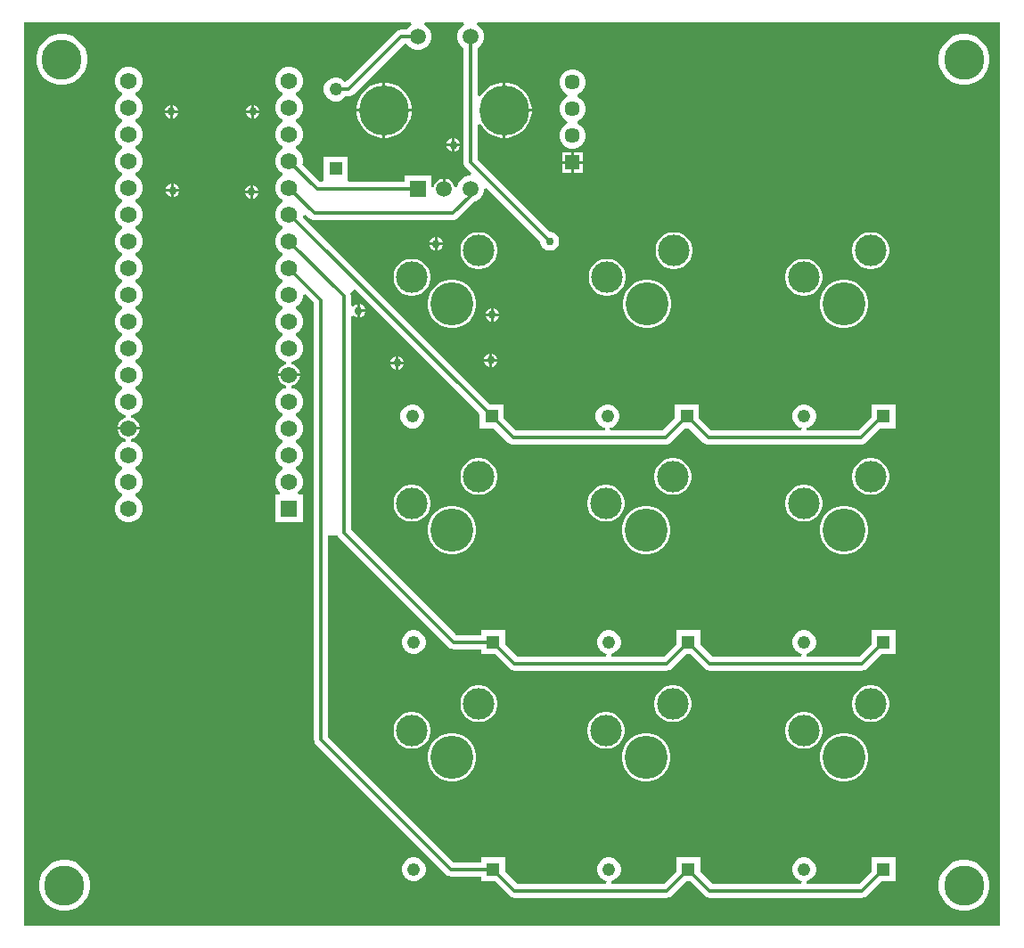
<source format=gtl>
G04*
G04 #@! TF.GenerationSoftware,Altium Limited,Altium Designer,25.8.1 (18)*
G04*
G04 Layer_Physical_Order=1*
G04 Layer_Color=255*
%FSLAX25Y25*%
%MOIN*%
G70*
G04*
G04 #@! TF.SameCoordinates,DF7FB86F-BB7A-4952-9DC5-A7C3E525FF5A*
G04*
G04*
G04 #@! TF.FilePolarity,Positive*
G04*
G01*
G75*
%ADD28C,0.01200*%
%ADD29C,0.05709*%
%ADD30R,0.05709X0.05709*%
%ADD31C,0.06200*%
%ADD32C,0.05906*%
%ADD33C,0.18661*%
%ADD34C,0.16100*%
%ADD35C,0.11811*%
%ADD36R,0.05906X0.05906*%
%ADD37C,0.04874*%
%ADD38R,0.04874X0.04874*%
%ADD39C,0.15000*%
%ADD40R,0.04874X0.04874*%
%ADD41R,0.06200X0.06200*%
%ADD42C,0.03000*%
G36*
X440471Y8029D02*
X75529D01*
Y345971D01*
X220077D01*
X220345Y344971D01*
X219616Y344550D01*
X218694Y343628D01*
X218403Y343122D01*
X216500D01*
X215821Y343033D01*
X215189Y342771D01*
X214646Y342354D01*
X214646Y342354D01*
X196380Y324089D01*
X195551Y323561D01*
X194724Y324387D01*
X193713Y324971D01*
X192584Y325274D01*
X191416D01*
X190287Y324971D01*
X189276Y324387D01*
X188450Y323561D01*
X187865Y322549D01*
X187563Y321421D01*
Y320252D01*
X187865Y319124D01*
X188450Y318112D01*
X189276Y317286D01*
X190287Y316702D01*
X191416Y316400D01*
X192584D01*
X193713Y316702D01*
X194724Y317286D01*
X195551Y318112D01*
X195609Y318214D01*
X196836D01*
X196837Y318214D01*
X197515Y318303D01*
X198148Y318566D01*
X198691Y318982D01*
X217573Y337864D01*
X218551Y337793D01*
X218694Y337546D01*
X219616Y336623D01*
X220746Y335971D01*
X222005Y335634D01*
X223309D01*
X224569Y335971D01*
X225698Y336623D01*
X226621Y337546D01*
X227273Y338675D01*
X227610Y339935D01*
Y341239D01*
X227273Y342498D01*
X226621Y343628D01*
X225698Y344550D01*
X224970Y344971D01*
X225237Y345971D01*
X239762D01*
X240030Y344971D01*
X239301Y344550D01*
X238379Y343628D01*
X237727Y342498D01*
X237390Y341239D01*
Y339935D01*
X237727Y338675D01*
X238379Y337546D01*
X239301Y336623D01*
X239720Y336382D01*
Y293658D01*
X239720Y293657D01*
X239809Y292979D01*
X240071Y292346D01*
X240488Y291803D01*
X242839Y289453D01*
X242424Y288453D01*
X241690D01*
X240431Y288115D01*
X239301Y287463D01*
X238379Y286541D01*
X237727Y285412D01*
X237390Y284152D01*
X236407Y284193D01*
X236183Y285026D01*
X235663Y285927D01*
X234927Y286663D01*
X234026Y287183D01*
X233020Y287453D01*
X233000D01*
Y283500D01*
X232000D01*
Y287453D01*
X231980D01*
X230974Y287183D01*
X230073Y286663D01*
X229337Y285927D01*
X228817Y285026D01*
X228610Y284256D01*
X227610Y284387D01*
Y288453D01*
X217705D01*
Y286122D01*
X197187D01*
X196437Y286726D01*
X196437Y287122D01*
Y295600D01*
X187563D01*
Y287122D01*
X187563Y286726D01*
X186813Y286122D01*
X186086D01*
X179448Y292761D01*
X179600Y293329D01*
Y294671D01*
X179252Y295969D01*
X178581Y297131D01*
X177631Y298081D01*
X177040Y298423D01*
Y299577D01*
X177631Y299919D01*
X178581Y300869D01*
X179252Y302031D01*
X179600Y303329D01*
Y304671D01*
X179252Y305968D01*
X178581Y307132D01*
X177631Y308081D01*
X177040Y308423D01*
Y309577D01*
X177631Y309919D01*
X178581Y310869D01*
X179252Y312032D01*
X179600Y313329D01*
Y314671D01*
X179252Y315968D01*
X178581Y317131D01*
X177631Y318081D01*
X177040Y318423D01*
Y319577D01*
X177631Y319919D01*
X178581Y320868D01*
X179252Y322031D01*
X179600Y323329D01*
Y324671D01*
X179252Y325969D01*
X178581Y327132D01*
X177631Y328081D01*
X176469Y328752D01*
X175171Y329100D01*
X173829D01*
X172531Y328752D01*
X171369Y328081D01*
X170419Y327132D01*
X169748Y325969D01*
X169400Y324671D01*
Y323329D01*
X169748Y322031D01*
X170419Y320868D01*
X171369Y319919D01*
X171960Y319577D01*
Y318423D01*
X171369Y318081D01*
X170419Y317131D01*
X169748Y315968D01*
X169400Y314671D01*
Y313329D01*
X169748Y312032D01*
X170419Y310869D01*
X171369Y309919D01*
X171960Y309577D01*
Y308423D01*
X171369Y308081D01*
X170419Y307132D01*
X169748Y305968D01*
X169400Y304671D01*
Y303329D01*
X169748Y302031D01*
X170419Y300869D01*
X171369Y299919D01*
X171960Y299577D01*
Y298423D01*
X171369Y298081D01*
X170419Y297131D01*
X169748Y295969D01*
X169400Y294671D01*
Y293329D01*
X169748Y292032D01*
X170419Y290868D01*
X171369Y289919D01*
X171960Y289577D01*
Y288423D01*
X171369Y288081D01*
X170419Y287132D01*
X169748Y285968D01*
X169400Y284671D01*
Y283329D01*
X169748Y282031D01*
X170419Y280869D01*
X171369Y279919D01*
X171960Y279577D01*
Y278423D01*
X171369Y278081D01*
X170419Y277132D01*
X169748Y275969D01*
X169400Y274671D01*
Y273329D01*
X169748Y272031D01*
X170419Y270868D01*
X171369Y269919D01*
X171960Y269577D01*
Y268423D01*
X171369Y268081D01*
X170419Y267131D01*
X169748Y265968D01*
X169400Y264671D01*
Y263329D01*
X169748Y262032D01*
X170419Y260869D01*
X171369Y259919D01*
X171960Y259577D01*
Y258423D01*
X171369Y258081D01*
X170419Y257132D01*
X169748Y255968D01*
X169400Y254671D01*
Y253329D01*
X169748Y252031D01*
X170419Y250869D01*
X171369Y249919D01*
X171960Y249577D01*
Y248423D01*
X171369Y248081D01*
X170419Y247131D01*
X169748Y245969D01*
X169400Y244671D01*
Y243329D01*
X169748Y242032D01*
X170419Y240868D01*
X171369Y239919D01*
X171960Y239577D01*
Y238423D01*
X171369Y238081D01*
X170419Y237132D01*
X169748Y235968D01*
X169400Y234671D01*
Y233329D01*
X169748Y232031D01*
X170419Y230869D01*
X171369Y229919D01*
X171960Y229577D01*
Y228423D01*
X171369Y228081D01*
X170419Y227132D01*
X169748Y225969D01*
X169400Y224671D01*
Y223329D01*
X169748Y222031D01*
X170419Y220868D01*
X171369Y219919D01*
X172531Y219248D01*
X173455Y219000D01*
Y217965D01*
X172917Y217821D01*
X171983Y217281D01*
X171219Y216517D01*
X170679Y215582D01*
X170400Y214540D01*
Y214500D01*
X174500D01*
X178600D01*
Y214540D01*
X178321Y215582D01*
X177781Y216517D01*
X177017Y217281D01*
X176083Y217821D01*
X175545Y217965D01*
Y219000D01*
X176469Y219248D01*
X177631Y219919D01*
X178581Y220868D01*
X179252Y222031D01*
X179600Y223329D01*
Y224671D01*
X179252Y225969D01*
X178581Y227132D01*
X177631Y228081D01*
X177040Y228423D01*
Y229577D01*
X177631Y229919D01*
X178581Y230869D01*
X179252Y232031D01*
X179600Y233329D01*
Y234671D01*
X179252Y235968D01*
X178581Y237132D01*
X177631Y238081D01*
X177040Y238423D01*
Y239577D01*
X177631Y239919D01*
X178581Y240868D01*
X179252Y242032D01*
X179600Y243329D01*
Y243777D01*
X180600Y244191D01*
X183878Y240914D01*
Y77500D01*
X183878Y77500D01*
X183967Y76821D01*
X184229Y76189D01*
X184646Y75646D01*
X233146Y27146D01*
X233146Y27146D01*
X233689Y26729D01*
X234321Y26467D01*
X235000Y26378D01*
X235000Y26378D01*
X246400D01*
Y24563D01*
X251565D01*
X256982Y19146D01*
X256982Y19146D01*
X257525Y18729D01*
X258158Y18467D01*
X258837Y18377D01*
X258837Y18378D01*
X315837D01*
X315837Y18377D01*
X316515Y18467D01*
X317148Y18729D01*
X317691Y19146D01*
X323108Y24563D01*
X324565D01*
X329982Y19146D01*
X329982Y19146D01*
X330525Y18729D01*
X331158Y18467D01*
X331837Y18377D01*
X331837Y18378D01*
X388837D01*
X388837Y18377D01*
X389515Y18467D01*
X390148Y18729D01*
X390691Y19146D01*
X396108Y24563D01*
X401274D01*
Y33437D01*
X392400D01*
Y28272D01*
X387750Y23622D01*
X368101D01*
X367969Y24622D01*
X368876Y24865D01*
X369888Y25449D01*
X370714Y26276D01*
X371298Y27287D01*
X371600Y28416D01*
Y29584D01*
X371298Y30713D01*
X370714Y31724D01*
X369888Y32550D01*
X368876Y33135D01*
X367747Y33437D01*
X366579D01*
X365451Y33135D01*
X364439Y32550D01*
X363613Y31724D01*
X363029Y30713D01*
X362726Y29584D01*
Y28416D01*
X363029Y27287D01*
X363613Y26276D01*
X364439Y25449D01*
X365451Y24865D01*
X366357Y24622D01*
X366226Y23622D01*
X332923D01*
X328274Y28272D01*
Y33437D01*
X319400D01*
Y28272D01*
X314750Y23622D01*
X295101D01*
X294969Y24622D01*
X295876Y24865D01*
X296888Y25449D01*
X297714Y26276D01*
X298298Y27287D01*
X298600Y28416D01*
Y29584D01*
X298298Y30713D01*
X297714Y31724D01*
X296888Y32550D01*
X295876Y33135D01*
X294747Y33437D01*
X293579D01*
X292451Y33135D01*
X291439Y32550D01*
X290613Y31724D01*
X290029Y30713D01*
X289726Y29584D01*
Y28416D01*
X290029Y27287D01*
X290613Y26276D01*
X291439Y25449D01*
X292451Y24865D01*
X293357Y24622D01*
X293226Y23622D01*
X259923D01*
X255274Y28272D01*
Y33437D01*
X246400D01*
Y31622D01*
X236086D01*
X189122Y78586D01*
Y154043D01*
X192582D01*
X192729Y153689D01*
X193146Y153146D01*
X234146Y112146D01*
X234146Y112146D01*
X234689Y111729D01*
X235321Y111467D01*
X236000Y111378D01*
X236000Y111378D01*
X246400D01*
Y109563D01*
X251565D01*
X256982Y104146D01*
X256982Y104146D01*
X257525Y103729D01*
X258158Y103467D01*
X258837Y103377D01*
X258837Y103378D01*
X315837D01*
X315837Y103377D01*
X316515Y103467D01*
X317148Y103729D01*
X317691Y104146D01*
X323108Y109563D01*
X324565D01*
X329982Y104146D01*
X329982Y104146D01*
X330525Y103729D01*
X331158Y103467D01*
X331837Y103377D01*
X331837Y103378D01*
X388837D01*
X388837Y103377D01*
X389515Y103467D01*
X390148Y103729D01*
X390691Y104146D01*
X396108Y109563D01*
X401274D01*
Y118437D01*
X392400D01*
Y113272D01*
X387750Y108622D01*
X368101D01*
X367969Y109622D01*
X368876Y109865D01*
X369888Y110450D01*
X370714Y111276D01*
X371298Y112287D01*
X371600Y113416D01*
Y114584D01*
X371298Y115713D01*
X370714Y116724D01*
X369888Y117551D01*
X368876Y118135D01*
X367747Y118437D01*
X366579D01*
X365451Y118135D01*
X364439Y117551D01*
X363613Y116724D01*
X363029Y115713D01*
X362726Y114584D01*
Y113416D01*
X363029Y112287D01*
X363613Y111276D01*
X364439Y110450D01*
X365451Y109865D01*
X366357Y109622D01*
X366226Y108622D01*
X332923D01*
X328274Y113272D01*
Y118437D01*
X319400D01*
Y113272D01*
X314750Y108622D01*
X295101D01*
X294969Y109622D01*
X295876Y109865D01*
X296888Y110450D01*
X297714Y111276D01*
X298298Y112287D01*
X298600Y113416D01*
Y114584D01*
X298298Y115713D01*
X297714Y116724D01*
X296888Y117551D01*
X295876Y118135D01*
X294747Y118437D01*
X293579D01*
X292451Y118135D01*
X291439Y117551D01*
X290613Y116724D01*
X290029Y115713D01*
X289726Y114584D01*
Y113416D01*
X290029Y112287D01*
X290613Y111276D01*
X291439Y110450D01*
X292451Y109865D01*
X293357Y109622D01*
X293226Y108622D01*
X259923D01*
X255274Y113272D01*
Y118437D01*
X246400D01*
Y116622D01*
X237086D01*
X197622Y156086D01*
Y236000D01*
X198622Y236342D01*
X199084Y235881D01*
X200000Y235501D01*
Y238000D01*
Y240499D01*
X199084Y240119D01*
X198622Y239658D01*
X197622Y240000D01*
Y243500D01*
X197623Y243500D01*
X197533Y244179D01*
X197393Y244518D01*
X199001Y246127D01*
X245900Y199228D01*
Y194063D01*
X251065D01*
X256482Y188646D01*
X256482Y188646D01*
X257025Y188229D01*
X257658Y187967D01*
X258337Y187878D01*
X258337Y187878D01*
X315336D01*
X315337Y187878D01*
X316015Y187967D01*
X316648Y188229D01*
X317191Y188646D01*
X322608Y194063D01*
X324065D01*
X329482Y188646D01*
X329482Y188646D01*
X330025Y188229D01*
X330658Y187967D01*
X331337Y187878D01*
X331337Y187878D01*
X388336D01*
X388337Y187878D01*
X389015Y187967D01*
X389648Y188229D01*
X390191Y188646D01*
X395608Y194063D01*
X401274D01*
Y202937D01*
X392400D01*
Y198272D01*
X387250Y193122D01*
X368101D01*
X367969Y194122D01*
X368876Y194365D01*
X369888Y194949D01*
X370714Y195776D01*
X371298Y196787D01*
X371600Y197916D01*
Y199084D01*
X371298Y200213D01*
X370714Y201224D01*
X369888Y202050D01*
X368876Y202635D01*
X367747Y202937D01*
X366579D01*
X365451Y202635D01*
X364439Y202050D01*
X363613Y201224D01*
X363029Y200213D01*
X362726Y199084D01*
Y197916D01*
X363029Y196787D01*
X363613Y195776D01*
X364439Y194949D01*
X365451Y194365D01*
X366357Y194122D01*
X366226Y193122D01*
X332423D01*
X327774Y197772D01*
Y202937D01*
X318900D01*
Y197772D01*
X314250Y193122D01*
X294601D01*
X294469Y194122D01*
X295376Y194365D01*
X296388Y194949D01*
X297214Y195776D01*
X297798Y196787D01*
X298100Y197916D01*
Y199084D01*
X297798Y200213D01*
X297214Y201224D01*
X296388Y202050D01*
X295376Y202635D01*
X294248Y202937D01*
X293079D01*
X291951Y202635D01*
X290939Y202050D01*
X290113Y201224D01*
X289529Y200213D01*
X289226Y199084D01*
Y197916D01*
X289529Y196787D01*
X290113Y195776D01*
X290939Y194949D01*
X291951Y194365D01*
X292857Y194122D01*
X292726Y193122D01*
X259423D01*
X254774Y197772D01*
Y202937D01*
X249608D01*
X179692Y272853D01*
X179823Y273654D01*
X180780Y274012D01*
X182146Y272646D01*
X182146Y272646D01*
X182689Y272229D01*
X183321Y271967D01*
X184000Y271878D01*
X184000Y271878D01*
X235811D01*
X235811Y271878D01*
X236490Y271967D01*
X237122Y272229D01*
X237665Y272646D01*
X243776Y278757D01*
X244254Y278885D01*
X245384Y279537D01*
X246306Y280459D01*
X246958Y281588D01*
X247295Y282848D01*
Y283582D01*
X248295Y283996D01*
X268500Y263791D01*
Y263539D01*
X268739Y262649D01*
X269199Y261851D01*
X269851Y261199D01*
X270649Y260738D01*
X271539Y260500D01*
X272461D01*
X273351Y260738D01*
X274149Y261199D01*
X274801Y261851D01*
X275261Y262649D01*
X275500Y263539D01*
Y264461D01*
X275261Y265351D01*
X274801Y266149D01*
X274149Y266801D01*
X273351Y267262D01*
X272461Y267500D01*
X272209D01*
X244965Y294744D01*
Y307563D01*
X245965Y307866D01*
X246917Y306442D01*
X248356Y305003D01*
X250047Y303873D01*
X251928Y303094D01*
X253924Y302697D01*
X254441D01*
Y313028D01*
Y323358D01*
X253924D01*
X251928Y322961D01*
X250047Y322182D01*
X248356Y321052D01*
X246917Y319613D01*
X245965Y318189D01*
X244965Y318492D01*
Y336382D01*
X245384Y336623D01*
X246306Y337546D01*
X246958Y338675D01*
X247295Y339935D01*
Y341239D01*
X246958Y342498D01*
X246306Y343628D01*
X245384Y344550D01*
X244655Y344971D01*
X244923Y345971D01*
X440471D01*
Y8029D01*
D02*
G37*
%LPC*%
G36*
X427936Y341500D02*
X426064D01*
X424229Y341135D01*
X422500Y340419D01*
X420944Y339379D01*
X419621Y338056D01*
X418581Y336500D01*
X417865Y334771D01*
X417500Y332936D01*
Y331064D01*
X417865Y329229D01*
X418581Y327500D01*
X419621Y325944D01*
X420944Y324621D01*
X422500Y323581D01*
X424229Y322865D01*
X426064Y322500D01*
X427936D01*
X429771Y322865D01*
X431500Y323581D01*
X433056Y324621D01*
X434379Y325944D01*
X435419Y327500D01*
X436135Y329229D01*
X436500Y331064D01*
Y332936D01*
X436135Y334771D01*
X435419Y336500D01*
X434379Y338056D01*
X433056Y339379D01*
X431500Y340419D01*
X429771Y341135D01*
X427936Y341500D01*
D02*
G37*
G36*
X90436D02*
X88564D01*
X86729Y341135D01*
X85000Y340419D01*
X83444Y339379D01*
X82121Y338056D01*
X81081Y336500D01*
X80365Y334771D01*
X80000Y332936D01*
Y331064D01*
X80365Y329229D01*
X81081Y327500D01*
X82121Y325944D01*
X83444Y324621D01*
X85000Y323581D01*
X86729Y322865D01*
X88564Y322500D01*
X90436D01*
X92271Y322865D01*
X94000Y323581D01*
X95556Y324621D01*
X96879Y325944D01*
X97919Y327500D01*
X98635Y329229D01*
X99000Y331064D01*
Y332936D01*
X98635Y334771D01*
X97919Y336500D01*
X96879Y338056D01*
X95556Y339379D01*
X94000Y340419D01*
X92271Y341135D01*
X90436Y341500D01*
D02*
G37*
G36*
X255958Y323358D02*
X255441D01*
Y313528D01*
X265272D01*
Y314045D01*
X264875Y316041D01*
X264096Y317921D01*
X262965Y319613D01*
X261526Y321052D01*
X259834Y322182D01*
X257954Y322961D01*
X255958Y323358D01*
D02*
G37*
G36*
X211076D02*
X210559D01*
Y313528D01*
X220390D01*
Y314045D01*
X219993Y316041D01*
X219214Y317921D01*
X218083Y319613D01*
X216645Y321052D01*
X214952Y322182D01*
X213072Y322961D01*
X211076Y323358D01*
D02*
G37*
G36*
X209559D02*
X209042D01*
X207046Y322961D01*
X205166Y322182D01*
X203474Y321052D01*
X202035Y319613D01*
X200904Y317921D01*
X200125Y316041D01*
X199728Y314045D01*
Y313528D01*
X209559D01*
Y323358D01*
D02*
G37*
G36*
X161500Y314999D02*
Y313000D01*
X163499D01*
X163119Y313916D01*
X162416Y314619D01*
X161500Y314999D01*
D02*
G37*
G36*
X160500D02*
X159584Y314619D01*
X158881Y313916D01*
X158501Y313000D01*
X160500D01*
Y314999D01*
D02*
G37*
G36*
X131000D02*
Y313000D01*
X132999D01*
X132619Y313916D01*
X131916Y314619D01*
X131000Y314999D01*
D02*
G37*
G36*
X130000D02*
X129084Y314619D01*
X128381Y313916D01*
X128001Y313000D01*
X130000D01*
Y314999D01*
D02*
G37*
G36*
X163499Y312000D02*
X161500D01*
Y310001D01*
X162416Y310381D01*
X163119Y311084D01*
X163499Y312000D01*
D02*
G37*
G36*
X160500D02*
X158501D01*
X158881Y311084D01*
X159584Y310381D01*
X160500Y310001D01*
Y312000D01*
D02*
G37*
G36*
X132999D02*
X131000D01*
Y310001D01*
X131916Y310381D01*
X132619Y311084D01*
X132999Y312000D01*
D02*
G37*
G36*
X130000D02*
X128001D01*
X128381Y311084D01*
X129084Y310381D01*
X130000Y310001D01*
Y312000D01*
D02*
G37*
G36*
X265272Y312528D02*
X255441D01*
Y302697D01*
X255958D01*
X257954Y303094D01*
X259834Y303873D01*
X261526Y305003D01*
X262965Y306442D01*
X264096Y308134D01*
X264875Y310014D01*
X265272Y312010D01*
Y312528D01*
D02*
G37*
G36*
X220390D02*
X210559D01*
Y302697D01*
X211076D01*
X213072Y303094D01*
X214952Y303873D01*
X216645Y305003D01*
X218083Y306442D01*
X219214Y308134D01*
X219993Y310014D01*
X220390Y312010D01*
Y312528D01*
D02*
G37*
G36*
X209559D02*
X199728D01*
Y312010D01*
X200125Y310014D01*
X200904Y308134D01*
X202035Y306442D01*
X203474Y305003D01*
X205166Y303873D01*
X207046Y303094D01*
X209042Y302697D01*
X209559D01*
Y312528D01*
D02*
G37*
G36*
X236500Y302499D02*
Y300500D01*
X238499D01*
X238119Y301416D01*
X237416Y302119D01*
X236500Y302499D01*
D02*
G37*
G36*
X235500D02*
X234584Y302119D01*
X233881Y301416D01*
X233501Y300500D01*
X235500D01*
Y302499D01*
D02*
G37*
G36*
X281139Y328354D02*
X279861D01*
X278626Y328024D01*
X277519Y327384D01*
X276616Y326481D01*
X275976Y325374D01*
X275646Y324139D01*
Y322861D01*
X275976Y321626D01*
X276616Y320519D01*
X277519Y319616D01*
X278529Y319033D01*
X278609Y318500D01*
X278529Y317967D01*
X277519Y317384D01*
X276616Y316481D01*
X275976Y315374D01*
X275646Y314139D01*
Y312861D01*
X275976Y311626D01*
X276616Y310519D01*
X277519Y309616D01*
X278529Y309033D01*
X278609Y308500D01*
X278529Y307967D01*
X277519Y307384D01*
X276616Y306481D01*
X275976Y305374D01*
X275646Y304139D01*
Y302861D01*
X275976Y301626D01*
X276616Y300519D01*
X277519Y299616D01*
X278626Y298976D01*
X279861Y298646D01*
X281139D01*
X282374Y298976D01*
X283481Y299616D01*
X284384Y300519D01*
X285023Y301626D01*
X285354Y302861D01*
Y304139D01*
X285023Y305374D01*
X284384Y306481D01*
X283481Y307384D01*
X282471Y307967D01*
X282391Y308500D01*
X282471Y309033D01*
X283481Y309616D01*
X284384Y310519D01*
X285023Y311626D01*
X285354Y312861D01*
Y314139D01*
X285023Y315374D01*
X284384Y316481D01*
X283481Y317384D01*
X282471Y317967D01*
X282391Y318500D01*
X282471Y319033D01*
X283481Y319616D01*
X284384Y320519D01*
X285023Y321626D01*
X285354Y322861D01*
Y324139D01*
X285023Y325374D01*
X284384Y326481D01*
X283481Y327384D01*
X282374Y328024D01*
X281139Y328354D01*
D02*
G37*
G36*
X238499Y299500D02*
X236500D01*
Y297501D01*
X237416Y297881D01*
X238119Y298584D01*
X238499Y299500D01*
D02*
G37*
G36*
X235500D02*
X233501D01*
X233881Y298584D01*
X234584Y297881D01*
X235500Y297501D01*
Y299500D01*
D02*
G37*
G36*
X284354Y297354D02*
X281000D01*
Y294000D01*
X284354D01*
Y297354D01*
D02*
G37*
G36*
X280000D02*
X276646D01*
Y294000D01*
X280000D01*
Y297354D01*
D02*
G37*
G36*
X284354Y293000D02*
X281000D01*
Y289646D01*
X284354D01*
Y293000D01*
D02*
G37*
G36*
X280000D02*
X276646D01*
Y289646D01*
X280000D01*
Y293000D01*
D02*
G37*
G36*
X131500Y285499D02*
Y283500D01*
X133499D01*
X133119Y284416D01*
X132416Y285119D01*
X131500Y285499D01*
D02*
G37*
G36*
X130500D02*
X129584Y285119D01*
X128881Y284416D01*
X128501Y283500D01*
X130500D01*
Y285499D01*
D02*
G37*
G36*
X161000Y284999D02*
Y283000D01*
X162999D01*
X162619Y283916D01*
X161916Y284619D01*
X161000Y284999D01*
D02*
G37*
G36*
X160000D02*
X159084Y284619D01*
X158381Y283916D01*
X158001Y283000D01*
X160000D01*
Y284999D01*
D02*
G37*
G36*
X133499Y282500D02*
X131500D01*
Y280501D01*
X132416Y280881D01*
X133119Y281584D01*
X133499Y282500D01*
D02*
G37*
G36*
X130500D02*
X128501D01*
X128881Y281584D01*
X129584Y280881D01*
X130500Y280501D01*
Y282500D01*
D02*
G37*
G36*
X162999Y282000D02*
X161000D01*
Y280001D01*
X161916Y280381D01*
X162619Y281084D01*
X162999Y282000D01*
D02*
G37*
G36*
X160000D02*
X158001D01*
X158381Y281084D01*
X159084Y280381D01*
X160000Y280001D01*
Y282000D01*
D02*
G37*
G36*
X230000Y265499D02*
Y263500D01*
X231999D01*
X231619Y264416D01*
X230916Y265119D01*
X230000Y265499D01*
D02*
G37*
G36*
X229000D02*
X228084Y265119D01*
X227381Y264416D01*
X227001Y263500D01*
X229000D01*
Y265499D01*
D02*
G37*
G36*
X231999Y262500D02*
X230000D01*
Y260501D01*
X230916Y260881D01*
X231619Y261584D01*
X231999Y262500D01*
D02*
G37*
G36*
X229000D02*
X227001D01*
X227381Y261584D01*
X228084Y260881D01*
X229000Y260501D01*
Y262500D01*
D02*
G37*
G36*
X392680Y267406D02*
X391320D01*
X389986Y267140D01*
X388729Y266620D01*
X387598Y265864D01*
X386636Y264902D01*
X385880Y263771D01*
X385360Y262514D01*
X385094Y261180D01*
Y259820D01*
X385360Y258486D01*
X385880Y257229D01*
X386636Y256098D01*
X387598Y255136D01*
X388729Y254380D01*
X389986Y253860D01*
X391320Y253594D01*
X392680D01*
X394014Y253860D01*
X395271Y254380D01*
X396402Y255136D01*
X397364Y256098D01*
X398120Y257229D01*
X398640Y258486D01*
X398905Y259820D01*
Y261180D01*
X398640Y262514D01*
X398120Y263771D01*
X397364Y264902D01*
X396402Y265864D01*
X395271Y266620D01*
X394014Y267140D01*
X392680Y267406D01*
D02*
G37*
G36*
X319180D02*
X317820D01*
X316486Y267140D01*
X315229Y266620D01*
X314098Y265864D01*
X313136Y264902D01*
X312380Y263771D01*
X311860Y262514D01*
X311595Y261180D01*
Y259820D01*
X311860Y258486D01*
X312380Y257229D01*
X313136Y256098D01*
X314098Y255136D01*
X315229Y254380D01*
X316486Y253860D01*
X317820Y253594D01*
X319180D01*
X320514Y253860D01*
X321771Y254380D01*
X322902Y255136D01*
X323864Y256098D01*
X324620Y257229D01*
X325140Y258486D01*
X325406Y259820D01*
Y261180D01*
X325140Y262514D01*
X324620Y263771D01*
X323864Y264902D01*
X322902Y265864D01*
X321771Y266620D01*
X320514Y267140D01*
X319180Y267406D01*
D02*
G37*
G36*
X246180D02*
X244820D01*
X243486Y267140D01*
X242229Y266620D01*
X241098Y265864D01*
X240136Y264902D01*
X239380Y263771D01*
X238860Y262514D01*
X238595Y261180D01*
Y259820D01*
X238860Y258486D01*
X239380Y257229D01*
X240136Y256098D01*
X241098Y255136D01*
X242229Y254380D01*
X243486Y253860D01*
X244820Y253594D01*
X246180D01*
X247514Y253860D01*
X248771Y254380D01*
X249902Y255136D01*
X250864Y256098D01*
X251620Y257229D01*
X252140Y258486D01*
X252406Y259820D01*
Y261180D01*
X252140Y262514D01*
X251620Y263771D01*
X250864Y264902D01*
X249902Y265864D01*
X248771Y266620D01*
X247514Y267140D01*
X246180Y267406D01*
D02*
G37*
G36*
X367680Y257405D02*
X366320D01*
X364986Y257140D01*
X363729Y256620D01*
X362598Y255864D01*
X361636Y254902D01*
X360880Y253771D01*
X360360Y252514D01*
X360094Y251180D01*
Y249820D01*
X360360Y248486D01*
X360880Y247229D01*
X361636Y246098D01*
X362598Y245136D01*
X363729Y244380D01*
X364986Y243860D01*
X366320Y243595D01*
X367680D01*
X369014Y243860D01*
X370271Y244380D01*
X371402Y245136D01*
X372364Y246098D01*
X373120Y247229D01*
X373640Y248486D01*
X373905Y249820D01*
Y251180D01*
X373640Y252514D01*
X373120Y253771D01*
X372364Y254902D01*
X371402Y255864D01*
X370271Y256620D01*
X369014Y257140D01*
X367680Y257405D01*
D02*
G37*
G36*
X294180D02*
X292820D01*
X291486Y257140D01*
X290229Y256620D01*
X289098Y255864D01*
X288136Y254902D01*
X287380Y253771D01*
X286860Y252514D01*
X286595Y251180D01*
Y249820D01*
X286860Y248486D01*
X287380Y247229D01*
X288136Y246098D01*
X289098Y245136D01*
X290229Y244380D01*
X291486Y243860D01*
X292820Y243595D01*
X294180D01*
X295514Y243860D01*
X296771Y244380D01*
X297902Y245136D01*
X298864Y246098D01*
X299620Y247229D01*
X300140Y248486D01*
X300406Y249820D01*
Y251180D01*
X300140Y252514D01*
X299620Y253771D01*
X298864Y254902D01*
X297902Y255864D01*
X296771Y256620D01*
X295514Y257140D01*
X294180Y257405D01*
D02*
G37*
G36*
X221180D02*
X219820D01*
X218486Y257140D01*
X217229Y256620D01*
X216098Y255864D01*
X215136Y254902D01*
X214380Y253771D01*
X213860Y252514D01*
X213595Y251180D01*
Y249820D01*
X213860Y248486D01*
X214380Y247229D01*
X215136Y246098D01*
X216098Y245136D01*
X217229Y244380D01*
X218486Y243860D01*
X219820Y243595D01*
X221180D01*
X222514Y243860D01*
X223771Y244380D01*
X224902Y245136D01*
X225864Y246098D01*
X226620Y247229D01*
X227140Y248486D01*
X227406Y249820D01*
Y251180D01*
X227140Y252514D01*
X226620Y253771D01*
X225864Y254902D01*
X224902Y255864D01*
X223771Y256620D01*
X222514Y257140D01*
X221180Y257405D01*
D02*
G37*
G36*
X201000Y240499D02*
Y238500D01*
X202999D01*
X202619Y239416D01*
X201916Y240119D01*
X201000Y240499D01*
D02*
G37*
G36*
X251000Y238999D02*
Y237000D01*
X252999D01*
X252619Y237916D01*
X251916Y238619D01*
X251000Y238999D01*
D02*
G37*
G36*
X250000D02*
X249084Y238619D01*
X248381Y237916D01*
X248001Y237000D01*
X250000D01*
Y238999D01*
D02*
G37*
G36*
X202999Y237500D02*
X201000D01*
Y235501D01*
X201916Y235881D01*
X202619Y236584D01*
X202999Y237500D01*
D02*
G37*
G36*
X252999Y236000D02*
X251000D01*
Y234001D01*
X251916Y234381D01*
X252619Y235084D01*
X252999Y236000D01*
D02*
G37*
G36*
X250000D02*
X248001D01*
X248381Y235084D01*
X249084Y234381D01*
X250000Y234001D01*
Y236000D01*
D02*
G37*
G36*
X382891Y249550D02*
X381109D01*
X379360Y249202D01*
X377713Y248520D01*
X376231Y247530D01*
X374970Y246269D01*
X373980Y244787D01*
X373298Y243140D01*
X372950Y241391D01*
Y239609D01*
X373298Y237860D01*
X373980Y236213D01*
X374970Y234731D01*
X376231Y233470D01*
X377713Y232480D01*
X379360Y231798D01*
X381109Y231450D01*
X382891D01*
X384640Y231798D01*
X386287Y232480D01*
X387769Y233470D01*
X389030Y234731D01*
X390020Y236213D01*
X390702Y237860D01*
X391050Y239609D01*
Y241391D01*
X390702Y243140D01*
X390020Y244787D01*
X389030Y246269D01*
X387769Y247530D01*
X386287Y248520D01*
X384640Y249202D01*
X382891Y249550D01*
D02*
G37*
G36*
X309391D02*
X307609D01*
X305860Y249202D01*
X304213Y248520D01*
X302731Y247530D01*
X301470Y246269D01*
X300480Y244787D01*
X299798Y243140D01*
X299450Y241391D01*
Y239609D01*
X299798Y237860D01*
X300480Y236213D01*
X301470Y234731D01*
X302731Y233470D01*
X304213Y232480D01*
X305860Y231798D01*
X307609Y231450D01*
X309391D01*
X311140Y231798D01*
X312787Y232480D01*
X314269Y233470D01*
X315530Y234731D01*
X316520Y236213D01*
X317202Y237860D01*
X317550Y239609D01*
Y241391D01*
X317202Y243140D01*
X316520Y244787D01*
X315530Y246269D01*
X314269Y247530D01*
X312787Y248520D01*
X311140Y249202D01*
X309391Y249550D01*
D02*
G37*
G36*
X236391D02*
X234609D01*
X232860Y249202D01*
X231213Y248520D01*
X229731Y247530D01*
X228470Y246269D01*
X227480Y244787D01*
X226798Y243140D01*
X226450Y241391D01*
Y239609D01*
X226798Y237860D01*
X227480Y236213D01*
X228470Y234731D01*
X229731Y233470D01*
X231213Y232480D01*
X232860Y231798D01*
X234609Y231450D01*
X236391D01*
X238140Y231798D01*
X239787Y232480D01*
X241269Y233470D01*
X242530Y234731D01*
X243520Y236213D01*
X244202Y237860D01*
X244550Y239609D01*
Y241391D01*
X244202Y243140D01*
X243520Y244787D01*
X242530Y246269D01*
X241269Y247530D01*
X239787Y248520D01*
X238140Y249202D01*
X236391Y249550D01*
D02*
G37*
G36*
X250500Y221999D02*
Y220000D01*
X252499D01*
X252119Y220916D01*
X251416Y221619D01*
X250500Y221999D01*
D02*
G37*
G36*
X249500D02*
X248584Y221619D01*
X247881Y220916D01*
X247501Y220000D01*
X249500D01*
Y221999D01*
D02*
G37*
G36*
X215500Y220999D02*
Y219000D01*
X217499D01*
X217119Y219916D01*
X216416Y220619D01*
X215500Y220999D01*
D02*
G37*
G36*
X214500D02*
X213584Y220619D01*
X212881Y219916D01*
X212501Y219000D01*
X214500D01*
Y220999D01*
D02*
G37*
G36*
X252499Y219000D02*
X250500D01*
Y217001D01*
X251416Y217381D01*
X252119Y218084D01*
X252499Y219000D01*
D02*
G37*
G36*
X249500D02*
X247501D01*
X247881Y218084D01*
X248584Y217381D01*
X249500Y217001D01*
Y219000D01*
D02*
G37*
G36*
X217499Y218000D02*
X215500D01*
Y216001D01*
X216416Y216381D01*
X217119Y217084D01*
X217499Y218000D01*
D02*
G37*
G36*
X214500D02*
X212501D01*
X212881Y217084D01*
X213584Y216381D01*
X214500Y216001D01*
Y218000D01*
D02*
G37*
G36*
X115171Y329100D02*
X113829D01*
X112531Y328752D01*
X111369Y328081D01*
X110419Y327132D01*
X109748Y325969D01*
X109400Y324671D01*
Y323329D01*
X109748Y322031D01*
X110419Y320868D01*
X111369Y319919D01*
X111960Y319577D01*
Y318423D01*
X111369Y318081D01*
X110419Y317131D01*
X109748Y315968D01*
X109400Y314671D01*
Y313329D01*
X109748Y312032D01*
X110419Y310869D01*
X111369Y309919D01*
X111960Y309577D01*
Y308423D01*
X111369Y308081D01*
X110419Y307132D01*
X109748Y305968D01*
X109400Y304671D01*
Y303329D01*
X109748Y302031D01*
X110419Y300869D01*
X111369Y299919D01*
X111960Y299577D01*
Y298423D01*
X111369Y298081D01*
X110419Y297131D01*
X109748Y295969D01*
X109400Y294671D01*
Y293329D01*
X109748Y292032D01*
X110419Y290868D01*
X111369Y289919D01*
X111960Y289577D01*
Y288423D01*
X111369Y288081D01*
X110419Y287132D01*
X109748Y285968D01*
X109400Y284671D01*
Y283329D01*
X109748Y282031D01*
X110419Y280869D01*
X111369Y279919D01*
X111960Y279577D01*
Y278423D01*
X111369Y278081D01*
X110419Y277132D01*
X109748Y275969D01*
X109400Y274671D01*
Y273329D01*
X109748Y272031D01*
X110419Y270868D01*
X111369Y269919D01*
X111960Y269577D01*
Y268423D01*
X111369Y268081D01*
X110419Y267131D01*
X109748Y265968D01*
X109400Y264671D01*
Y263329D01*
X109748Y262032D01*
X110419Y260869D01*
X111369Y259919D01*
X111960Y259577D01*
Y258423D01*
X111369Y258081D01*
X110419Y257132D01*
X109748Y255968D01*
X109400Y254671D01*
Y253329D01*
X109748Y252031D01*
X110419Y250869D01*
X111369Y249919D01*
X111960Y249577D01*
Y248423D01*
X111369Y248081D01*
X110419Y247131D01*
X109748Y245969D01*
X109400Y244671D01*
Y243329D01*
X109748Y242032D01*
X110419Y240868D01*
X111369Y239919D01*
X111960Y239577D01*
Y238423D01*
X111369Y238081D01*
X110419Y237132D01*
X109748Y235968D01*
X109400Y234671D01*
Y233329D01*
X109748Y232031D01*
X110419Y230869D01*
X111369Y229919D01*
X111960Y229577D01*
Y228423D01*
X111369Y228081D01*
X110419Y227132D01*
X109748Y225969D01*
X109400Y224671D01*
Y223329D01*
X109748Y222031D01*
X110419Y220868D01*
X111369Y219919D01*
X111960Y219577D01*
Y218423D01*
X111369Y218081D01*
X110419Y217131D01*
X109748Y215968D01*
X109400Y214671D01*
Y213329D01*
X109748Y212032D01*
X110419Y210869D01*
X111369Y209919D01*
X111960Y209577D01*
Y208423D01*
X111369Y208081D01*
X110419Y207132D01*
X109748Y205968D01*
X109400Y204671D01*
Y203329D01*
X109748Y202031D01*
X110419Y200869D01*
X111369Y199919D01*
X112531Y199248D01*
X113455Y199000D01*
Y197965D01*
X112917Y197821D01*
X111983Y197281D01*
X111219Y196518D01*
X110679Y195582D01*
X110400Y194540D01*
Y194500D01*
X114500D01*
X118600D01*
Y194540D01*
X118321Y195582D01*
X117781Y196518D01*
X117017Y197281D01*
X116083Y197821D01*
X115545Y197965D01*
Y199000D01*
X116469Y199248D01*
X117631Y199919D01*
X118581Y200869D01*
X119252Y202031D01*
X119600Y203329D01*
Y204671D01*
X119252Y205968D01*
X118581Y207132D01*
X117631Y208081D01*
X117040Y208423D01*
Y209577D01*
X117631Y209919D01*
X118581Y210869D01*
X119252Y212032D01*
X119600Y213329D01*
Y214671D01*
X119252Y215968D01*
X118581Y217131D01*
X117631Y218081D01*
X117040Y218423D01*
Y219577D01*
X117631Y219919D01*
X118581Y220868D01*
X119252Y222031D01*
X119600Y223329D01*
Y224671D01*
X119252Y225969D01*
X118581Y227132D01*
X117631Y228081D01*
X117040Y228423D01*
Y229577D01*
X117631Y229919D01*
X118581Y230869D01*
X119252Y232031D01*
X119600Y233329D01*
Y234671D01*
X119252Y235968D01*
X118581Y237132D01*
X117631Y238081D01*
X117040Y238423D01*
Y239577D01*
X117631Y239919D01*
X118581Y240868D01*
X119252Y242032D01*
X119600Y243329D01*
Y244671D01*
X119252Y245969D01*
X118581Y247131D01*
X117631Y248081D01*
X117040Y248423D01*
Y249577D01*
X117631Y249919D01*
X118581Y250869D01*
X119252Y252031D01*
X119600Y253329D01*
Y254671D01*
X119252Y255968D01*
X118581Y257132D01*
X117631Y258081D01*
X117040Y258423D01*
Y259577D01*
X117631Y259919D01*
X118581Y260869D01*
X119252Y262032D01*
X119600Y263329D01*
Y264671D01*
X119252Y265968D01*
X118581Y267131D01*
X117631Y268081D01*
X117040Y268423D01*
Y269577D01*
X117631Y269919D01*
X118581Y270868D01*
X119252Y272031D01*
X119600Y273329D01*
Y274671D01*
X119252Y275969D01*
X118581Y277132D01*
X117631Y278081D01*
X117040Y278423D01*
Y279577D01*
X117631Y279919D01*
X118581Y280869D01*
X119252Y282031D01*
X119600Y283329D01*
Y284671D01*
X119252Y285968D01*
X118581Y287132D01*
X117631Y288081D01*
X117040Y288423D01*
Y289577D01*
X117631Y289919D01*
X118581Y290868D01*
X119252Y292032D01*
X119600Y293329D01*
Y294671D01*
X119252Y295969D01*
X118581Y297131D01*
X117631Y298081D01*
X117040Y298423D01*
Y299577D01*
X117631Y299919D01*
X118581Y300869D01*
X119252Y302031D01*
X119600Y303329D01*
Y304671D01*
X119252Y305968D01*
X118581Y307132D01*
X117631Y308081D01*
X117040Y308423D01*
Y309577D01*
X117631Y309919D01*
X118581Y310869D01*
X119252Y312032D01*
X119600Y313329D01*
Y314671D01*
X119252Y315968D01*
X118581Y317131D01*
X117631Y318081D01*
X117040Y318423D01*
Y319577D01*
X117631Y319919D01*
X118581Y320868D01*
X119252Y322031D01*
X119600Y323329D01*
Y324671D01*
X119252Y325969D01*
X118581Y327132D01*
X117631Y328081D01*
X116469Y328752D01*
X115171Y329100D01*
D02*
G37*
G36*
X221248Y202937D02*
X220079D01*
X218951Y202635D01*
X217939Y202050D01*
X217113Y201224D01*
X216529Y200213D01*
X216226Y199084D01*
Y197916D01*
X216529Y196787D01*
X217113Y195776D01*
X217939Y194949D01*
X218951Y194365D01*
X220079Y194063D01*
X221248D01*
X222376Y194365D01*
X223388Y194949D01*
X224214Y195776D01*
X224798Y196787D01*
X225100Y197916D01*
Y199084D01*
X224798Y200213D01*
X224214Y201224D01*
X223388Y202050D01*
X222376Y202635D01*
X221248Y202937D01*
D02*
G37*
G36*
X392680Y182905D02*
X391320D01*
X389986Y182640D01*
X388729Y182120D01*
X387598Y181364D01*
X386636Y180402D01*
X385880Y179271D01*
X385360Y178014D01*
X385094Y176680D01*
Y175320D01*
X385360Y173986D01*
X385880Y172729D01*
X386636Y171598D01*
X387598Y170636D01*
X388729Y169880D01*
X389986Y169360D01*
X391320Y169095D01*
X392680D01*
X394014Y169360D01*
X395271Y169880D01*
X396402Y170636D01*
X397364Y171598D01*
X398120Y172729D01*
X398640Y173986D01*
X398905Y175320D01*
Y176680D01*
X398640Y178014D01*
X398120Y179271D01*
X397364Y180402D01*
X396402Y181364D01*
X395271Y182120D01*
X394014Y182640D01*
X392680Y182905D01*
D02*
G37*
G36*
X318680D02*
X317320D01*
X315986Y182640D01*
X314729Y182120D01*
X313598Y181364D01*
X312636Y180402D01*
X311880Y179271D01*
X311360Y178014D01*
X311094Y176680D01*
Y175320D01*
X311360Y173986D01*
X311880Y172729D01*
X312636Y171598D01*
X313598Y170636D01*
X314729Y169880D01*
X315986Y169360D01*
X317320Y169095D01*
X318680D01*
X320014Y169360D01*
X321271Y169880D01*
X322402Y170636D01*
X323364Y171598D01*
X324120Y172729D01*
X324640Y173986D01*
X324905Y175320D01*
Y176680D01*
X324640Y178014D01*
X324120Y179271D01*
X323364Y180402D01*
X322402Y181364D01*
X321271Y182120D01*
X320014Y182640D01*
X318680Y182905D01*
D02*
G37*
G36*
X246180D02*
X244820D01*
X243486Y182640D01*
X242229Y182120D01*
X241098Y181364D01*
X240136Y180402D01*
X239380Y179271D01*
X238860Y178014D01*
X238595Y176680D01*
Y175320D01*
X238860Y173986D01*
X239380Y172729D01*
X240136Y171598D01*
X241098Y170636D01*
X242229Y169880D01*
X243486Y169360D01*
X244820Y169095D01*
X246180D01*
X247514Y169360D01*
X248771Y169880D01*
X249902Y170636D01*
X250864Y171598D01*
X251620Y172729D01*
X252140Y173986D01*
X252406Y175320D01*
Y176680D01*
X252140Y178014D01*
X251620Y179271D01*
X250864Y180402D01*
X249902Y181364D01*
X248771Y182120D01*
X247514Y182640D01*
X246180Y182905D01*
D02*
G37*
G36*
X367680Y172906D02*
X366320D01*
X364986Y172640D01*
X363729Y172120D01*
X362598Y171364D01*
X361636Y170402D01*
X360880Y169271D01*
X360360Y168014D01*
X360094Y166680D01*
Y165320D01*
X360360Y163986D01*
X360880Y162729D01*
X361636Y161598D01*
X362598Y160636D01*
X363729Y159880D01*
X364986Y159360D01*
X366320Y159095D01*
X367680D01*
X369014Y159360D01*
X370271Y159880D01*
X371402Y160636D01*
X372364Y161598D01*
X373120Y162729D01*
X373640Y163986D01*
X373905Y165320D01*
Y166680D01*
X373640Y168014D01*
X373120Y169271D01*
X372364Y170402D01*
X371402Y171364D01*
X370271Y172120D01*
X369014Y172640D01*
X367680Y172906D01*
D02*
G37*
G36*
X293680D02*
X292320D01*
X290986Y172640D01*
X289729Y172120D01*
X288598Y171364D01*
X287636Y170402D01*
X286880Y169271D01*
X286360Y168014D01*
X286094Y166680D01*
Y165320D01*
X286360Y163986D01*
X286880Y162729D01*
X287636Y161598D01*
X288598Y160636D01*
X289729Y159880D01*
X290986Y159360D01*
X292320Y159095D01*
X293680D01*
X295014Y159360D01*
X296271Y159880D01*
X297402Y160636D01*
X298364Y161598D01*
X299120Y162729D01*
X299640Y163986D01*
X299905Y165320D01*
Y166680D01*
X299640Y168014D01*
X299120Y169271D01*
X298364Y170402D01*
X297402Y171364D01*
X296271Y172120D01*
X295014Y172640D01*
X293680Y172906D01*
D02*
G37*
G36*
X221180D02*
X219820D01*
X218486Y172640D01*
X217229Y172120D01*
X216098Y171364D01*
X215136Y170402D01*
X214380Y169271D01*
X213860Y168014D01*
X213595Y166680D01*
Y165320D01*
X213860Y163986D01*
X214380Y162729D01*
X215136Y161598D01*
X216098Y160636D01*
X217229Y159880D01*
X218486Y159360D01*
X219820Y159095D01*
X221180D01*
X222514Y159360D01*
X223771Y159880D01*
X224902Y160636D01*
X225864Y161598D01*
X226620Y162729D01*
X227140Y163986D01*
X227406Y165320D01*
Y166680D01*
X227140Y168014D01*
X226620Y169271D01*
X225864Y170402D01*
X224902Y171364D01*
X223771Y172120D01*
X222514Y172640D01*
X221180Y172906D01*
D02*
G37*
G36*
X178600Y213500D02*
X174500D01*
X170400D01*
Y213460D01*
X170679Y212418D01*
X171219Y211483D01*
X171983Y210719D01*
X172917Y210179D01*
X173455Y210035D01*
Y209000D01*
X172531Y208752D01*
X171369Y208081D01*
X170419Y207132D01*
X169748Y205968D01*
X169400Y204671D01*
Y203329D01*
X169748Y202031D01*
X170419Y200869D01*
X171369Y199919D01*
X171960Y199577D01*
Y198423D01*
X171369Y198081D01*
X170419Y197132D01*
X169748Y195968D01*
X169400Y194671D01*
Y193329D01*
X169748Y192032D01*
X170419Y190868D01*
X171369Y189919D01*
X171960Y189577D01*
Y188423D01*
X171369Y188081D01*
X170419Y187132D01*
X169748Y185968D01*
X169400Y184671D01*
Y183329D01*
X169748Y182032D01*
X170419Y180868D01*
X171369Y179919D01*
X171960Y179577D01*
Y178423D01*
X171369Y178081D01*
X170419Y177131D01*
X169748Y175969D01*
X169400Y174671D01*
Y173329D01*
X169748Y172031D01*
X170419Y170869D01*
X171187Y170100D01*
X170995Y169349D01*
X170832Y169100D01*
X169400D01*
Y158900D01*
X179600D01*
Y169100D01*
X178168D01*
X178005Y169349D01*
X177813Y170100D01*
X178581Y170869D01*
X179252Y172031D01*
X179600Y173329D01*
Y174671D01*
X179252Y175969D01*
X178581Y177131D01*
X177631Y178081D01*
X177040Y178423D01*
Y179577D01*
X177631Y179919D01*
X178581Y180868D01*
X179252Y182032D01*
X179600Y183329D01*
Y184671D01*
X179252Y185968D01*
X178581Y187132D01*
X177631Y188081D01*
X177040Y188423D01*
Y189577D01*
X177631Y189919D01*
X178581Y190868D01*
X179252Y192032D01*
X179600Y193329D01*
Y194671D01*
X179252Y195968D01*
X178581Y197132D01*
X177631Y198081D01*
X177040Y198423D01*
Y199577D01*
X177631Y199919D01*
X178581Y200869D01*
X179252Y202031D01*
X179600Y203329D01*
Y204671D01*
X179252Y205968D01*
X178581Y207132D01*
X177631Y208081D01*
X176469Y208752D01*
X175545Y209000D01*
Y210035D01*
X176083Y210179D01*
X177017Y210719D01*
X177781Y211483D01*
X178321Y212418D01*
X178600Y213460D01*
Y213500D01*
D02*
G37*
G36*
X118600Y193500D02*
X114500D01*
X110400D01*
Y193460D01*
X110679Y192418D01*
X111219Y191482D01*
X111983Y190719D01*
X112917Y190179D01*
X113455Y190035D01*
Y189000D01*
X112531Y188752D01*
X111369Y188081D01*
X110419Y187132D01*
X109748Y185968D01*
X109400Y184671D01*
Y183329D01*
X109748Y182032D01*
X110419Y180868D01*
X111369Y179919D01*
X111960Y179577D01*
Y178423D01*
X111369Y178081D01*
X110419Y177131D01*
X109748Y175969D01*
X109400Y174671D01*
Y173329D01*
X109748Y172031D01*
X110419Y170869D01*
X111369Y169919D01*
X111960Y169577D01*
Y168423D01*
X111369Y168081D01*
X110419Y167131D01*
X109748Y165969D01*
X109400Y164671D01*
Y163329D01*
X109748Y162031D01*
X110419Y160869D01*
X111369Y159919D01*
X112531Y159248D01*
X113829Y158900D01*
X115171D01*
X116469Y159248D01*
X117631Y159919D01*
X118581Y160869D01*
X119252Y162031D01*
X119600Y163329D01*
Y164671D01*
X119252Y165969D01*
X118581Y167131D01*
X117631Y168081D01*
X117040Y168423D01*
Y169577D01*
X117631Y169919D01*
X118581Y170869D01*
X119252Y172031D01*
X119600Y173329D01*
Y174671D01*
X119252Y175969D01*
X118581Y177131D01*
X117631Y178081D01*
X117040Y178423D01*
Y179577D01*
X117631Y179919D01*
X118581Y180868D01*
X119252Y182032D01*
X119600Y183329D01*
Y184671D01*
X119252Y185968D01*
X118581Y187132D01*
X117631Y188081D01*
X116469Y188752D01*
X115545Y189000D01*
Y190035D01*
X116083Y190179D01*
X117017Y190719D01*
X117781Y191482D01*
X118321Y192418D01*
X118600Y193460D01*
Y193500D01*
D02*
G37*
G36*
X382891Y165050D02*
X381109D01*
X379360Y164702D01*
X377713Y164020D01*
X376231Y163030D01*
X374970Y161769D01*
X373980Y160287D01*
X373298Y158640D01*
X372950Y156891D01*
Y155109D01*
X373298Y153360D01*
X373980Y151713D01*
X374970Y150231D01*
X376231Y148970D01*
X377713Y147980D01*
X379360Y147298D01*
X381109Y146950D01*
X382891D01*
X384640Y147298D01*
X386287Y147980D01*
X387769Y148970D01*
X389030Y150231D01*
X390020Y151713D01*
X390702Y153360D01*
X391050Y155109D01*
Y156891D01*
X390702Y158640D01*
X390020Y160287D01*
X389030Y161769D01*
X387769Y163030D01*
X386287Y164020D01*
X384640Y164702D01*
X382891Y165050D01*
D02*
G37*
G36*
X308891D02*
X307109D01*
X305360Y164702D01*
X303713Y164020D01*
X302231Y163030D01*
X300970Y161769D01*
X299980Y160287D01*
X299298Y158640D01*
X298950Y156891D01*
Y155109D01*
X299298Y153360D01*
X299980Y151713D01*
X300970Y150231D01*
X302231Y148970D01*
X303713Y147980D01*
X305360Y147298D01*
X307109Y146950D01*
X308891D01*
X310640Y147298D01*
X312287Y147980D01*
X313769Y148970D01*
X315030Y150231D01*
X316020Y151713D01*
X316702Y153360D01*
X317050Y155109D01*
Y156891D01*
X316702Y158640D01*
X316020Y160287D01*
X315030Y161769D01*
X313769Y163030D01*
X312287Y164020D01*
X310640Y164702D01*
X308891Y165050D01*
D02*
G37*
G36*
X236391D02*
X234609D01*
X232860Y164702D01*
X231213Y164020D01*
X229731Y163030D01*
X228470Y161769D01*
X227480Y160287D01*
X226798Y158640D01*
X226450Y156891D01*
Y155109D01*
X226798Y153360D01*
X227480Y151713D01*
X228470Y150231D01*
X229731Y148970D01*
X231213Y147980D01*
X232860Y147298D01*
X234609Y146950D01*
X236391D01*
X238140Y147298D01*
X239787Y147980D01*
X241269Y148970D01*
X242530Y150231D01*
X243520Y151713D01*
X244202Y153360D01*
X244550Y155109D01*
Y156891D01*
X244202Y158640D01*
X243520Y160287D01*
X242530Y161769D01*
X241269Y163030D01*
X239787Y164020D01*
X238140Y164702D01*
X236391Y165050D01*
D02*
G37*
G36*
X221747Y118437D02*
X220579D01*
X219451Y118135D01*
X218439Y117551D01*
X217613Y116724D01*
X217029Y115713D01*
X216726Y114584D01*
Y113416D01*
X217029Y112287D01*
X217613Y111276D01*
X218439Y110450D01*
X219451Y109865D01*
X220579Y109563D01*
X221747D01*
X222876Y109865D01*
X223888Y110450D01*
X224714Y111276D01*
X225298Y112287D01*
X225600Y113416D01*
Y114584D01*
X225298Y115713D01*
X224714Y116724D01*
X223888Y117551D01*
X222876Y118135D01*
X221747Y118437D01*
D02*
G37*
G36*
X392680Y97905D02*
X391320D01*
X389986Y97640D01*
X388729Y97120D01*
X387598Y96364D01*
X386636Y95402D01*
X385880Y94271D01*
X385360Y93014D01*
X385094Y91680D01*
Y90320D01*
X385360Y88986D01*
X385880Y87729D01*
X386636Y86598D01*
X387598Y85636D01*
X388729Y84880D01*
X389986Y84360D01*
X391320Y84095D01*
X392680D01*
X394014Y84360D01*
X395271Y84880D01*
X396402Y85636D01*
X397364Y86598D01*
X398120Y87729D01*
X398640Y88986D01*
X398905Y90320D01*
Y91680D01*
X398640Y93014D01*
X398120Y94271D01*
X397364Y95402D01*
X396402Y96364D01*
X395271Y97120D01*
X394014Y97640D01*
X392680Y97905D01*
D02*
G37*
G36*
X318680D02*
X317320D01*
X315986Y97640D01*
X314729Y97120D01*
X313598Y96364D01*
X312636Y95402D01*
X311880Y94271D01*
X311360Y93014D01*
X311094Y91680D01*
Y90320D01*
X311360Y88986D01*
X311880Y87729D01*
X312636Y86598D01*
X313598Y85636D01*
X314729Y84880D01*
X315986Y84360D01*
X317320Y84095D01*
X318680D01*
X320014Y84360D01*
X321271Y84880D01*
X322402Y85636D01*
X323364Y86598D01*
X324120Y87729D01*
X324640Y88986D01*
X324905Y90320D01*
Y91680D01*
X324640Y93014D01*
X324120Y94271D01*
X323364Y95402D01*
X322402Y96364D01*
X321271Y97120D01*
X320014Y97640D01*
X318680Y97905D01*
D02*
G37*
G36*
X246180D02*
X244820D01*
X243486Y97640D01*
X242229Y97120D01*
X241098Y96364D01*
X240136Y95402D01*
X239380Y94271D01*
X238860Y93014D01*
X238595Y91680D01*
Y90320D01*
X238860Y88986D01*
X239380Y87729D01*
X240136Y86598D01*
X241098Y85636D01*
X242229Y84880D01*
X243486Y84360D01*
X244820Y84095D01*
X246180D01*
X247514Y84360D01*
X248771Y84880D01*
X249902Y85636D01*
X250864Y86598D01*
X251620Y87729D01*
X252140Y88986D01*
X252406Y90320D01*
Y91680D01*
X252140Y93014D01*
X251620Y94271D01*
X250864Y95402D01*
X249902Y96364D01*
X248771Y97120D01*
X247514Y97640D01*
X246180Y97905D01*
D02*
G37*
G36*
X367680Y87906D02*
X366320D01*
X364986Y87640D01*
X363729Y87120D01*
X362598Y86364D01*
X361636Y85402D01*
X360880Y84271D01*
X360360Y83014D01*
X360094Y81680D01*
Y80320D01*
X360360Y78986D01*
X360880Y77729D01*
X361636Y76598D01*
X362598Y75636D01*
X363729Y74880D01*
X364986Y74360D01*
X366320Y74094D01*
X367680D01*
X369014Y74360D01*
X370271Y74880D01*
X371402Y75636D01*
X372364Y76598D01*
X373120Y77729D01*
X373640Y78986D01*
X373905Y80320D01*
Y81680D01*
X373640Y83014D01*
X373120Y84271D01*
X372364Y85402D01*
X371402Y86364D01*
X370271Y87120D01*
X369014Y87640D01*
X367680Y87906D01*
D02*
G37*
G36*
X293680D02*
X292320D01*
X290986Y87640D01*
X289729Y87120D01*
X288598Y86364D01*
X287636Y85402D01*
X286880Y84271D01*
X286360Y83014D01*
X286094Y81680D01*
Y80320D01*
X286360Y78986D01*
X286880Y77729D01*
X287636Y76598D01*
X288598Y75636D01*
X289729Y74880D01*
X290986Y74360D01*
X292320Y74094D01*
X293680D01*
X295014Y74360D01*
X296271Y74880D01*
X297402Y75636D01*
X298364Y76598D01*
X299120Y77729D01*
X299640Y78986D01*
X299905Y80320D01*
Y81680D01*
X299640Y83014D01*
X299120Y84271D01*
X298364Y85402D01*
X297402Y86364D01*
X296271Y87120D01*
X295014Y87640D01*
X293680Y87906D01*
D02*
G37*
G36*
X221180D02*
X219820D01*
X218486Y87640D01*
X217229Y87120D01*
X216098Y86364D01*
X215136Y85402D01*
X214380Y84271D01*
X213860Y83014D01*
X213595Y81680D01*
Y80320D01*
X213860Y78986D01*
X214380Y77729D01*
X215136Y76598D01*
X216098Y75636D01*
X217229Y74880D01*
X218486Y74360D01*
X219820Y74094D01*
X221180D01*
X222514Y74360D01*
X223771Y74880D01*
X224902Y75636D01*
X225864Y76598D01*
X226620Y77729D01*
X227140Y78986D01*
X227406Y80320D01*
Y81680D01*
X227140Y83014D01*
X226620Y84271D01*
X225864Y85402D01*
X224902Y86364D01*
X223771Y87120D01*
X222514Y87640D01*
X221180Y87906D01*
D02*
G37*
G36*
X382891Y80050D02*
X381109D01*
X379360Y79702D01*
X377713Y79020D01*
X376231Y78030D01*
X374970Y76769D01*
X373980Y75287D01*
X373298Y73640D01*
X372950Y71891D01*
Y70109D01*
X373298Y68360D01*
X373980Y66713D01*
X374970Y65231D01*
X376231Y63970D01*
X377713Y62980D01*
X379360Y62298D01*
X381109Y61950D01*
X382891D01*
X384640Y62298D01*
X386287Y62980D01*
X387769Y63970D01*
X389030Y65231D01*
X390020Y66713D01*
X390702Y68360D01*
X391050Y70109D01*
Y71891D01*
X390702Y73640D01*
X390020Y75287D01*
X389030Y76769D01*
X387769Y78030D01*
X386287Y79020D01*
X384640Y79702D01*
X382891Y80050D01*
D02*
G37*
G36*
X308891D02*
X307109D01*
X305360Y79702D01*
X303713Y79020D01*
X302231Y78030D01*
X300970Y76769D01*
X299980Y75287D01*
X299298Y73640D01*
X298950Y71891D01*
Y70109D01*
X299298Y68360D01*
X299980Y66713D01*
X300970Y65231D01*
X302231Y63970D01*
X303713Y62980D01*
X305360Y62298D01*
X307109Y61950D01*
X308891D01*
X310640Y62298D01*
X312287Y62980D01*
X313769Y63970D01*
X315030Y65231D01*
X316020Y66713D01*
X316702Y68360D01*
X317050Y70109D01*
Y71891D01*
X316702Y73640D01*
X316020Y75287D01*
X315030Y76769D01*
X313769Y78030D01*
X312287Y79020D01*
X310640Y79702D01*
X308891Y80050D01*
D02*
G37*
G36*
X236391D02*
X234609D01*
X232860Y79702D01*
X231213Y79020D01*
X229731Y78030D01*
X228470Y76769D01*
X227480Y75287D01*
X226798Y73640D01*
X226450Y71891D01*
Y70109D01*
X226798Y68360D01*
X227480Y66713D01*
X228470Y65231D01*
X229731Y63970D01*
X231213Y62980D01*
X232860Y62298D01*
X234609Y61950D01*
X236391D01*
X238140Y62298D01*
X239787Y62980D01*
X241269Y63970D01*
X242530Y65231D01*
X243520Y66713D01*
X244202Y68360D01*
X244550Y70109D01*
Y71891D01*
X244202Y73640D01*
X243520Y75287D01*
X242530Y76769D01*
X241269Y78030D01*
X239787Y79020D01*
X238140Y79702D01*
X236391Y80050D01*
D02*
G37*
G36*
X221747Y33437D02*
X220579D01*
X219451Y33135D01*
X218439Y32550D01*
X217613Y31724D01*
X217029Y30713D01*
X216726Y29584D01*
Y28416D01*
X217029Y27287D01*
X217613Y26276D01*
X218439Y25449D01*
X219451Y24865D01*
X220579Y24563D01*
X221747D01*
X222876Y24865D01*
X223888Y25449D01*
X224714Y26276D01*
X225298Y27287D01*
X225600Y28416D01*
Y29584D01*
X225298Y30713D01*
X224714Y31724D01*
X223888Y32550D01*
X222876Y33135D01*
X221747Y33437D01*
D02*
G37*
G36*
X427936Y32500D02*
X426064D01*
X424229Y32135D01*
X422500Y31419D01*
X420944Y30379D01*
X419621Y29056D01*
X418581Y27500D01*
X417865Y25771D01*
X417500Y23936D01*
Y22064D01*
X417865Y20229D01*
X418581Y18500D01*
X419621Y16944D01*
X420944Y15621D01*
X422500Y14581D01*
X424229Y13865D01*
X426064Y13500D01*
X427936D01*
X429771Y13865D01*
X431500Y14581D01*
X433056Y15621D01*
X434379Y16944D01*
X435419Y18500D01*
X436135Y20229D01*
X436500Y22064D01*
Y23936D01*
X436135Y25771D01*
X435419Y27500D01*
X434379Y29056D01*
X433056Y30379D01*
X431500Y31419D01*
X429771Y32135D01*
X427936Y32500D01*
D02*
G37*
G36*
X91436D02*
X89564D01*
X87729Y32135D01*
X86000Y31419D01*
X84444Y30379D01*
X83121Y29056D01*
X82081Y27500D01*
X81365Y25771D01*
X81000Y23936D01*
Y22064D01*
X81365Y20229D01*
X82081Y18500D01*
X83121Y16944D01*
X84444Y15621D01*
X86000Y14581D01*
X87729Y13865D01*
X89564Y13500D01*
X91436D01*
X93271Y13865D01*
X95000Y14581D01*
X96556Y15621D01*
X97879Y16944D01*
X98919Y18500D01*
X99635Y20229D01*
X100000Y22064D01*
Y23936D01*
X99635Y25771D01*
X98919Y27500D01*
X97879Y29056D01*
X96556Y30379D01*
X95000Y31419D01*
X93271Y32135D01*
X91436Y32500D01*
D02*
G37*
%LPD*%
D28*
X242342Y293657D02*
X272000Y264000D01*
X242342Y293657D02*
Y340587D01*
X185000Y283500D02*
X222657D01*
X174500Y294000D02*
X185000Y283500D01*
X196837Y320837D02*
X216500Y340500D01*
X222059D01*
X195000Y155000D02*
Y243500D01*
X186500Y77500D02*
Y242000D01*
Y77500D02*
X235000Y29000D01*
X174500Y254000D02*
X186500Y242000D01*
X174500Y264000D02*
X195000Y243500D01*
Y155000D02*
X236000Y114000D01*
X192000Y320837D02*
X196837D01*
X174837Y274000D02*
X250337Y198500D01*
X236000Y114000D02*
X250837D01*
X258837Y106000D01*
X235000Y29000D02*
X250837D01*
X258837Y21000D01*
X250337Y198500D02*
X258337Y190500D01*
X174500Y274000D02*
X174837D01*
X323837Y29000D02*
X331837Y21000D01*
X388837D02*
X396837Y29000D01*
X331837Y21000D02*
X388837D01*
X315837D02*
X323837Y29000D01*
X258837Y21000D02*
X315837D01*
Y106000D02*
X323837Y114000D01*
X258837Y106000D02*
X315837D01*
X323837Y114000D02*
X331837Y106000D01*
X388837D02*
X396837Y114000D01*
X331837Y106000D02*
X388837D01*
X323337Y198500D02*
X331337Y190500D01*
X388337D02*
X396337Y198500D01*
X331337Y190500D02*
X388337D01*
X258337D02*
X315337D01*
X323337Y198500D01*
X174500Y284000D02*
X184000Y274500D01*
X235811D01*
X242284Y280972D01*
D29*
X280500Y303500D02*
D03*
Y313500D02*
D03*
Y323500D02*
D03*
D30*
Y293500D02*
D03*
D31*
X114500Y244000D02*
D03*
Y254000D02*
D03*
X174500Y214000D02*
D03*
X114500Y194000D02*
D03*
X174500Y224000D02*
D03*
Y234000D02*
D03*
Y274000D02*
D03*
Y174000D02*
D03*
Y184000D02*
D03*
Y194000D02*
D03*
Y204000D02*
D03*
Y244000D02*
D03*
Y254000D02*
D03*
Y264000D02*
D03*
Y284000D02*
D03*
Y294000D02*
D03*
Y304000D02*
D03*
Y314000D02*
D03*
Y324000D02*
D03*
X114500D02*
D03*
Y314000D02*
D03*
Y304000D02*
D03*
Y294000D02*
D03*
Y284000D02*
D03*
Y274000D02*
D03*
Y264000D02*
D03*
Y234000D02*
D03*
Y224000D02*
D03*
Y214000D02*
D03*
Y204000D02*
D03*
Y184000D02*
D03*
Y174000D02*
D03*
Y164000D02*
D03*
D32*
X232500Y283500D02*
D03*
X242342Y340587D02*
D03*
Y283500D02*
D03*
X222657Y340587D02*
D03*
D33*
X254941Y313028D02*
D03*
X210059D02*
D03*
D34*
X235500Y240500D02*
D03*
X382000Y71000D02*
D03*
X308000D02*
D03*
X235500D02*
D03*
X382000Y156000D02*
D03*
X308000D02*
D03*
X235500D02*
D03*
X308500Y240500D02*
D03*
X382000D02*
D03*
D35*
X392000Y176000D02*
D03*
X367000Y166000D02*
D03*
X318000Y176000D02*
D03*
X293000Y166000D02*
D03*
X245500Y260500D02*
D03*
X220500Y250500D02*
D03*
X318500Y260500D02*
D03*
X293500Y250500D02*
D03*
X318000Y91000D02*
D03*
X293000Y81000D02*
D03*
X392000Y91000D02*
D03*
X367000Y81000D02*
D03*
X245500Y91000D02*
D03*
X220500Y81000D02*
D03*
X245500Y176000D02*
D03*
X220500Y166000D02*
D03*
X392000Y260500D02*
D03*
X367000Y250500D02*
D03*
D36*
X222657Y283500D02*
D03*
D37*
X192000Y320837D02*
D03*
X367163Y198500D02*
D03*
X293663D02*
D03*
X220663D02*
D03*
X367163Y29000D02*
D03*
X294163D02*
D03*
X221163D02*
D03*
Y114000D02*
D03*
X294163D02*
D03*
X367163D02*
D03*
D38*
X192000Y291163D02*
D03*
D39*
X427000Y332000D02*
D03*
X90500Y23000D02*
D03*
X427000D02*
D03*
X89500Y332000D02*
D03*
D40*
X323337Y198500D02*
D03*
X396837D02*
D03*
X250337D02*
D03*
X250837Y114000D02*
D03*
X323837D02*
D03*
X396837D02*
D03*
X250837Y29000D02*
D03*
X323837D02*
D03*
X396837D02*
D03*
D41*
X174500Y164000D02*
D03*
D42*
X131000Y283000D02*
D03*
X160500Y282500D02*
D03*
X161000Y312500D02*
D03*
X130500D02*
D03*
X236000Y300000D02*
D03*
X200500Y238000D02*
D03*
X250500Y236500D02*
D03*
X229500Y263000D02*
D03*
X215000Y218500D02*
D03*
X250000Y219500D02*
D03*
X272000Y264000D02*
D03*
M02*

</source>
